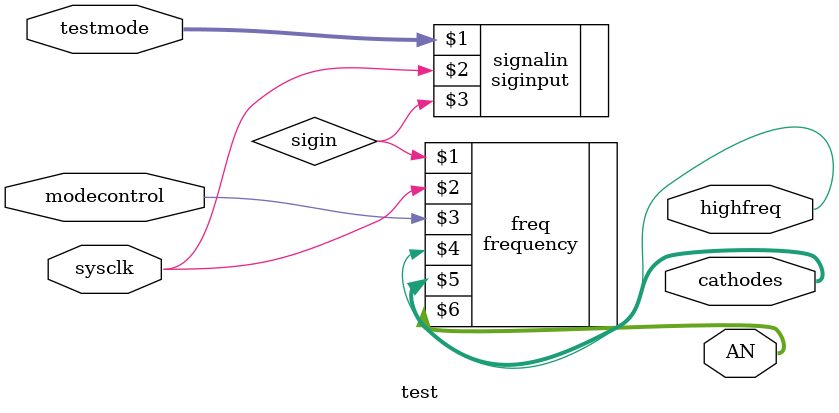
<source format=v>
module test(
           input [1:0] testmode ,
           input sysclk ,
           input modecontrol,
           output highfreq,
           output [7:0]cathodes,
           output[3:0] AN
       );
wire sigin;
siginput signalin(testmode, sysclk, sigin);
frequency freq(sigin, sysclk, modecontrol, highfreq, cathodes, AN);
endmodule

</source>
